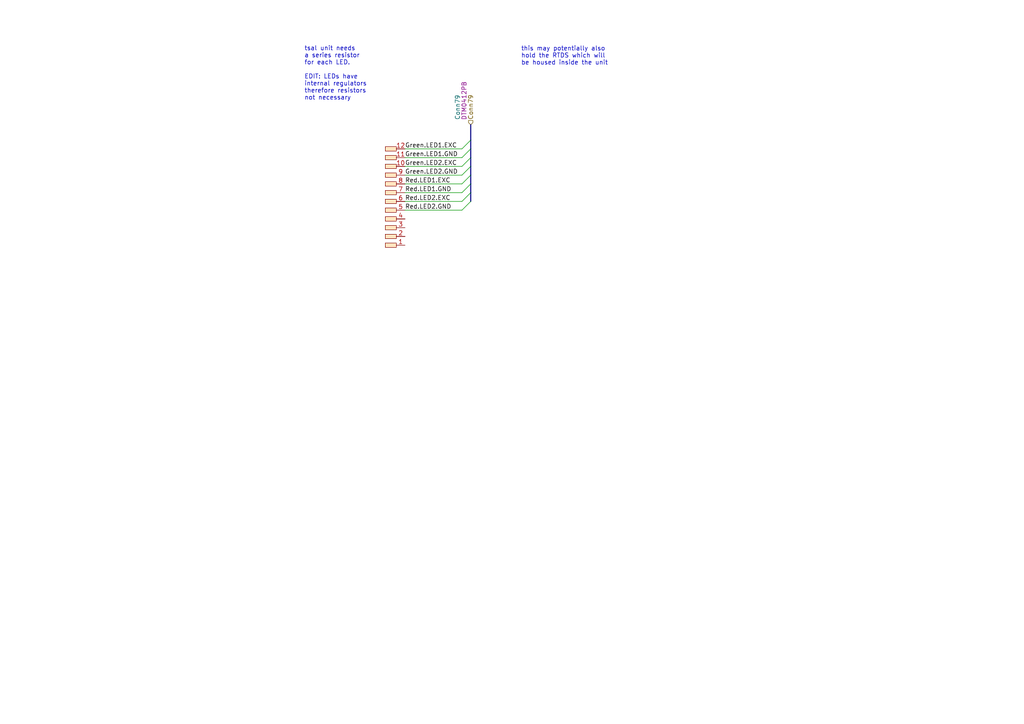
<source format=kicad_sch>
(kicad_sch (version 20230121) (generator eeschema)
  (paper "A4")
  (title_block (title "TSAL Unit") (date "2024-02-11") (rev "1.0.0") (company "SUFST") (comment 1 "Stag X") (comment 2 "Marek Frodyma"))
  (lib_symbols
    (symbol "Connectors_SUFST:Deutsch_DTM_12P_Pin"
      (property "Reference" "Conn" (at 0 -1.905 0))
      (property "P/N" "DTM0412PB" (at 0 0 0))
      (symbol "Deutsch_DTM_12P_Pin_0_1"
        (polyline (pts (xy -0.635 -29.845) (xy 1.905 -29.845)))
        (polyline (pts (xy -0.635 -24.765) (xy 1.905 -24.765)))
        (polyline (pts (xy -0.635 -19.685) (xy 1.905 -19.685)))
        (polyline (pts (xy -0.635 -14.605) (xy 1.905 -14.605)))
        (polyline (pts (xy -0.635 -9.525) (xy 1.905 -9.525)))
        (polyline (pts (xy -0.635 -4.445) (xy 1.905 -4.445)))
      )
      (symbol "Deutsch_DTM_12P_Pin_1_1"
        (rectangle (start -3.81 -31.75) (end -0.635 -33.02) (fill (type color) (color 255 229 191 1)))
        (rectangle (start -3.81 -29.21) (end -0.635 -30.48) (fill (type color) (color 255 229 191 1)))
        (rectangle (start -3.81 -26.67) (end -0.635 -27.94) (fill (type color) (color 255 229 191 1)))
        (rectangle (start -3.81 -24.13) (end -0.635 -25.4) (fill (type color) (color 255 229 191 1)))
        (rectangle (start -3.81 -21.59) (end -0.635 -22.86) (fill (type color) (color 255 229 191 1)))
        (rectangle (start -3.81 -19.05) (end -0.635 -20.32) (fill (type color) (color 255 229 191 1)))
        (rectangle (start -3.81 -16.51) (end -0.635 -17.78) (fill (type color) (color 255 229 191 1)))
        (rectangle (start -3.81 -13.97) (end -0.635 -15.24) (fill (type color) (color 255 229 191 1)))
        (rectangle (start -3.81 -11.43) (end -0.635 -12.7) (fill (type color) (color 255 229 191 1)))
        (rectangle (start -3.81 -8.89) (end -0.635 -10.16) (fill (type color) (color 255 229 191 1)))
        (rectangle (start -3.81 -6.35) (end -0.635 -7.62) (fill (type color) (color 255 229 191 1)))
        (rectangle (start -3.81 -3.81) (end -0.635 -5.08) (fill (type color) (color 255 229 191 1)))
        (pin input line (at 1.905 -32.385 180) (length 2.54) (name "") (number "1"))
        (pin input line (at 1.905 -9.525 180) (length 2.54) (name "") (number "10"))
        (pin input line (at 1.905 -6.985 180) (length 2.54) (name "") (number "11"))
        (pin input line (at 1.905 -4.445 180) (length 2.54) (name "") (number "12"))
        (pin input line (at 1.905 -29.845 180) (length 2.54) (name "") (number "2"))
        (pin input line (at 1.905 -27.305 180) (length 2.54) (name "") (number "3"))
        (pin input line (at 1.905 -24.765 180) (length 2.54) (name "") (number "4"))
        (pin input line (at 1.905 -22.225 180) (length 2.54) (name "") (number "5"))
        (pin input line (at 1.905 -19.685 180) (length 2.54) (name "") (number "6"))
        (pin input line (at 1.905 -17.145 180) (length 2.54) (name "") (number "7"))
        (pin input line (at 1.905 -14.605 180) (length 2.54) (name "") (number "8"))
        (pin input line (at 1.905 -12.065 180) (length 2.54) (name "") (number "9"))
      )
    )
  )
  (bus_entry (at 133.985 53.34) (size 2.54 -2.54))
  (bus_entry (at 133.985 43.18) (size 2.54 -2.54))
  (bus_entry (at 133.985 50.8) (size 2.54 -2.54))
  (bus_entry (at 133.985 60.96) (size 2.54 -2.54))
  (bus_entry (at 133.985 48.26) (size 2.54 -2.54))
  (bus_entry (at 133.985 55.88) (size 2.54 -2.54))
  (bus_entry (at 133.985 45.72) (size 2.54 -2.54))
  (bus_entry (at 133.985 58.42) (size 2.54 -2.54))
  (wire (pts (xy 117.475 45.72) (xy 133.985 45.72)))
  (bus (pts (xy 136.525 48.26) (xy 136.525 50.8)))
  (bus (pts (xy 136.525 45.72) (xy 136.525 48.26)))
  (bus (pts (xy 136.525 40.64) (xy 136.525 43.18)))
  (wire (pts (xy 117.475 43.18) (xy 133.985 43.18)))
  (bus (pts (xy 136.525 55.88) (xy 136.525 58.42)))
  (bus (pts (xy 136.525 53.34) (xy 136.525 55.88)))
  (wire (pts (xy 117.475 50.8) (xy 133.985 50.8)))
  (bus (pts (xy 136.525 50.8) (xy 136.525 53.34)))
  (wire (pts (xy 117.475 58.42) (xy 133.985 58.42)))
  (wire (pts (xy 117.475 55.88) (xy 133.985 55.88)))
  (wire (pts (xy 117.475 53.34) (xy 133.985 53.34)))
  (bus (pts (xy 136.525 36.195) (xy 136.525 40.64)))
  (wire (pts (xy 117.475 60.96) (xy 133.985 60.96)))
  (bus (pts (xy 136.525 43.18) (xy 136.525 45.72)))
  (wire (pts (xy 117.475 48.26) (xy 133.985 48.26)))
  (text "this may potentially also\nhold the RTDS which will\nbe housed inside the unit" (at 151.13 19.05 0) (effects (font (size 1.27 1.27)) (justify left bottom)))
  (text "tsal unit needs \na series resistor\nfor each LED.\n\nEDIT: LEDs have\ninternal regulators\ntherefore resistors\nnot necessary" (at 88.265 29.21 0) (effects (font (size 1.27 1.27)) (justify left bottom)))
  (label "Green.LED1.GND" (at 117.475 45.72 0))
  (label "Green.LED2.EXC" (at 117.475 48.26 0))
  (label "Red.LED1.EXC" (at 117.475 53.34 0))
  (label "Red.LED2.GND" (at 117.475 60.96 0))
  (label "Green.LED2.GND" (at 117.475 50.8 0))
  (label "Red.LED2.EXC" (at 117.475 58.42 0))
  (label "Red.LED1.GND" (at 117.475 55.88 0))
  (label "Green.LED1.EXC" (at 117.475 43.18 0))
  (hierarchical_label "Conn79" (shape input) (at 136.525 36.195 90))
  (symbol (lib_id "Connectors_SUFST:Deutsch_DTM_12P_Pin") (at 115.57 38.735 0) (unit 1)
    (property "Reference" "Conn79" (at 132.715 31.115 90))
    (property "Value" "Deutsch_DTM_12P_Pin" (effects hide))
    (property "P/N" "DTM0412PB" (at 134.62 29.21 90))
  )
)
</source>
